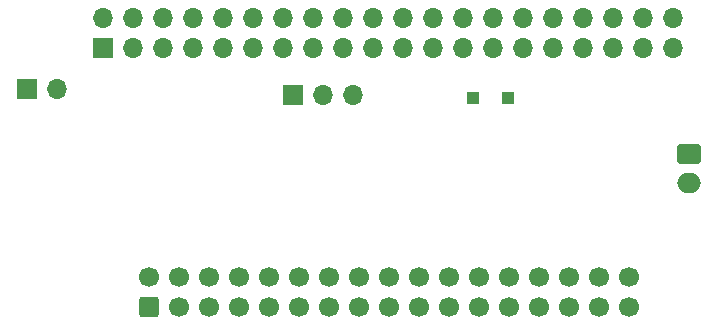
<source format=gbr>
%TF.GenerationSoftware,KiCad,Pcbnew,8.0.8-8.0.8-0~ubuntu24.04.1*%
%TF.CreationDate,2025-02-13T10:07:34+01:00*%
%TF.ProjectId,Acorn_1Mhz_bus_PiZero_interface,41636f72-6e5f-4314-9d68-7a5f6275735f,rev?*%
%TF.SameCoordinates,Original*%
%TF.FileFunction,Soldermask,Bot*%
%TF.FilePolarity,Negative*%
%FSLAX46Y46*%
G04 Gerber Fmt 4.6, Leading zero omitted, Abs format (unit mm)*
G04 Created by KiCad (PCBNEW 8.0.8-8.0.8-0~ubuntu24.04.1) date 2025-02-13 10:07:34*
%MOMM*%
%LPD*%
G01*
G04 APERTURE LIST*
G04 Aperture macros list*
%AMRoundRect*
0 Rectangle with rounded corners*
0 $1 Rounding radius*
0 $2 $3 $4 $5 $6 $7 $8 $9 X,Y pos of 4 corners*
0 Add a 4 corners polygon primitive as box body*
4,1,4,$2,$3,$4,$5,$6,$7,$8,$9,$2,$3,0*
0 Add four circle primitives for the rounded corners*
1,1,$1+$1,$2,$3*
1,1,$1+$1,$4,$5*
1,1,$1+$1,$6,$7*
1,1,$1+$1,$8,$9*
0 Add four rect primitives between the rounded corners*
20,1,$1+$1,$2,$3,$4,$5,0*
20,1,$1+$1,$4,$5,$6,$7,0*
20,1,$1+$1,$6,$7,$8,$9,0*
20,1,$1+$1,$8,$9,$2,$3,0*%
G04 Aperture macros list end*
%ADD10R,1.700000X1.700000*%
%ADD11O,1.700000X1.700000*%
%ADD12RoundRect,0.250000X-0.750000X0.600000X-0.750000X-0.600000X0.750000X-0.600000X0.750000X0.600000X0*%
%ADD13O,2.000000X1.700000*%
%ADD14RoundRect,0.250000X0.600000X-0.600000X0.600000X0.600000X-0.600000X0.600000X-0.600000X-0.600000X0*%
%ADD15C,1.700000*%
%ADD16R,1.000000X1.000000*%
G04 APERTURE END LIST*
D10*
%TO.C,J5*%
X124500000Y-108750000D03*
D11*
X127040000Y-108750000D03*
X129580000Y-108750000D03*
%TD*%
D10*
%TO.C,J4*%
X102000000Y-108250000D03*
D11*
X104540000Y-108250000D03*
%TD*%
D12*
%TO.C,J6*%
X158000000Y-113750000D03*
D13*
X158000000Y-116250000D03*
%TD*%
D14*
%TO.C,J1*%
X112350000Y-126750000D03*
D15*
X112350000Y-124210000D03*
X114890000Y-126750000D03*
X114890000Y-124210000D03*
X117430000Y-126750000D03*
X117430000Y-124210000D03*
X119970000Y-126750000D03*
X119970000Y-124210000D03*
X122510000Y-126750000D03*
X122510000Y-124210000D03*
X125050000Y-126750000D03*
X125050000Y-124210000D03*
X127590000Y-126750000D03*
X127590000Y-124210000D03*
X130130000Y-126750000D03*
X130130000Y-124210000D03*
X132670000Y-126750000D03*
X132670000Y-124210000D03*
X135210000Y-126750000D03*
X135210000Y-124210000D03*
X137750000Y-126750000D03*
X137750000Y-124210000D03*
X140290000Y-126750000D03*
X140290000Y-124210000D03*
X142830000Y-126750000D03*
X142830000Y-124210000D03*
X145370000Y-126750000D03*
X145370000Y-124210000D03*
X147910000Y-126750000D03*
X147910000Y-124210000D03*
X150450000Y-126750000D03*
X150450000Y-124210000D03*
X152990000Y-126750000D03*
X152990000Y-124210000D03*
%TD*%
D16*
%TO.C,TP2*%
X139750000Y-109000000D03*
%TD*%
%TO.C,TP1*%
X142750000Y-109000000D03*
%TD*%
D10*
%TO.C,J2*%
X108418680Y-104800000D03*
D11*
X108418680Y-102260000D03*
X110958680Y-104800000D03*
X110958680Y-102260000D03*
X113498680Y-104800000D03*
X113498680Y-102260000D03*
X116038680Y-104800000D03*
X116038680Y-102260000D03*
X118578680Y-104800000D03*
X118578680Y-102260000D03*
X121118680Y-104800000D03*
X121118680Y-102260000D03*
X123658680Y-104800000D03*
X123658680Y-102260000D03*
X126198680Y-104800000D03*
X126198680Y-102260000D03*
X128738680Y-104800000D03*
X128738680Y-102260000D03*
X131278680Y-104800000D03*
X131278680Y-102260000D03*
X133818680Y-104800000D03*
X133818680Y-102260000D03*
X136358680Y-104800000D03*
X136358680Y-102260000D03*
X138898680Y-104800000D03*
X138898680Y-102260000D03*
X141438680Y-104800000D03*
X141438680Y-102260000D03*
X143978680Y-104800000D03*
X143978680Y-102260000D03*
X146518680Y-104800000D03*
X146518680Y-102260000D03*
X149058680Y-104800000D03*
X149058680Y-102260000D03*
X151598680Y-104800000D03*
X151598680Y-102260000D03*
X154138680Y-104800000D03*
X154138680Y-102260000D03*
X156678680Y-104800000D03*
X156678680Y-102260000D03*
%TD*%
M02*

</source>
